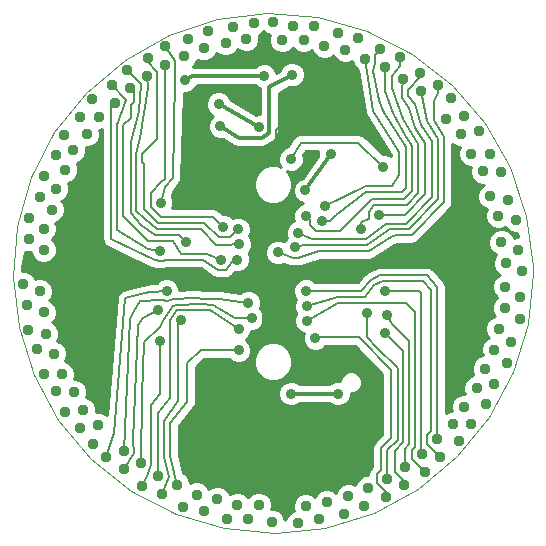
<source format=gbl>
G04 (created by PCBNEW-RS274X (2012-apr-16-27)-stable) date Thu 13 Mar 2014 06:24:37 PM EDT*
G01*
G70*
G90*
%MOIN*%
G04 Gerber Fmt 3.4, Leading zero omitted, Abs format*
%FSLAX34Y34*%
G04 APERTURE LIST*
%ADD10C,0.006000*%
%ADD11C,0.000400*%
%ADD12C,0.037000*%
%ADD13C,0.035000*%
%ADD14C,0.008000*%
%ADD15C,0.011800*%
%ADD16C,0.010000*%
G04 APERTURE END LIST*
G54D10*
G54D11*
X48032Y-39370D02*
X47867Y-41052D01*
X47378Y-42670D01*
X46584Y-44163D01*
X45516Y-45473D01*
X44213Y-46551D01*
X42726Y-47355D01*
X41111Y-47855D01*
X39430Y-48031D01*
X37747Y-47878D01*
X36126Y-47401D01*
X34628Y-46618D01*
X33310Y-45558D01*
X32223Y-44263D01*
X31409Y-42782D01*
X30898Y-41170D01*
X30709Y-39490D01*
X30851Y-37807D01*
X31317Y-36182D01*
X32090Y-34678D01*
X33140Y-33353D01*
X34427Y-32258D01*
X35903Y-31433D01*
X37510Y-30911D01*
X39189Y-30710D01*
X40874Y-30840D01*
X42502Y-31295D01*
X44011Y-32057D01*
X45343Y-33098D01*
X46448Y-34377D01*
X47283Y-35847D01*
X47816Y-37451D01*
X48028Y-39129D01*
X48032Y-39370D01*
G54D12*
X33386Y-45059D03*
X39350Y-47677D03*
X33346Y-33583D03*
X32952Y-34172D03*
X33558Y-34151D03*
X33164Y-34740D03*
X37835Y-47579D03*
X38544Y-47579D03*
X38189Y-47087D03*
X38898Y-47087D03*
X37520Y-46890D03*
X36825Y-46751D03*
X37076Y-47303D03*
X36381Y-47164D03*
X36181Y-46417D03*
X35526Y-46146D03*
X35666Y-46736D03*
X35011Y-46465D03*
X34980Y-45689D03*
X34391Y-45295D03*
X34412Y-45901D03*
X33823Y-45507D03*
X32441Y-44016D03*
X32942Y-44517D03*
X33039Y-43918D03*
X33541Y-44420D03*
X31732Y-42717D03*
X32125Y-43307D03*
X32338Y-42739D03*
X32731Y-43328D03*
X31220Y-41260D03*
X31491Y-41915D03*
X31810Y-41399D03*
X32081Y-42054D03*
X31043Y-39724D03*
X31181Y-40419D03*
X31594Y-39976D03*
X31732Y-40671D03*
X31240Y-37539D03*
X31240Y-38248D03*
X31732Y-37893D03*
X31732Y-38602D03*
X31732Y-36122D03*
X31593Y-36817D03*
X32145Y-36566D03*
X32006Y-37261D03*
X32402Y-34764D03*
X32131Y-35419D03*
X32721Y-35279D03*
X32450Y-35934D03*
X34094Y-33701D03*
X34595Y-33200D03*
X33996Y-33103D03*
X34498Y-32601D03*
X35177Y-32815D03*
X35767Y-32422D03*
X35199Y-32209D03*
X35788Y-31816D03*
X36417Y-32146D03*
X37072Y-31875D03*
X36556Y-31556D03*
X37211Y-31285D03*
X38740Y-31024D03*
X38045Y-31162D03*
X38488Y-31575D03*
X37793Y-31713D03*
X41083Y-31791D03*
X41778Y-31930D03*
X41527Y-31378D03*
X42222Y-31517D03*
X40217Y-47697D03*
X40912Y-47559D03*
X40469Y-47146D03*
X41164Y-47008D03*
X42539Y-46535D03*
X41884Y-46806D03*
X42400Y-47125D03*
X41745Y-47396D03*
X43760Y-45827D03*
X43170Y-46220D03*
X43738Y-46433D03*
X43149Y-46826D03*
X44843Y-44902D03*
X44342Y-45403D03*
X44941Y-45500D03*
X44439Y-46002D03*
X45571Y-44980D03*
X45965Y-44391D03*
X45359Y-44412D03*
X45753Y-43823D03*
X46476Y-43720D03*
X46747Y-43065D03*
X46157Y-43205D03*
X46428Y-42550D03*
X47165Y-42362D03*
X47304Y-41667D03*
X46752Y-41918D03*
X46891Y-41223D03*
X47598Y-40886D03*
X47598Y-40177D03*
X47106Y-40532D03*
X47106Y-39823D03*
X47677Y-39291D03*
X47539Y-38596D03*
X47126Y-39039D03*
X46988Y-38344D03*
X47480Y-37598D03*
X47209Y-36943D03*
X46890Y-37459D03*
X46619Y-36804D03*
X46988Y-36004D03*
X46595Y-35414D03*
X46382Y-35982D03*
X45989Y-35393D03*
X46240Y-34646D03*
X45739Y-34145D03*
X45642Y-34744D03*
X45140Y-34242D03*
X43720Y-32913D03*
X44309Y-33307D03*
X44288Y-32701D03*
X44877Y-33095D03*
X40748Y-31122D03*
X40039Y-31122D03*
X40394Y-31614D03*
X39685Y-31614D03*
X39370Y-31004D03*
X45295Y-33543D03*
X42441Y-32224D03*
X43096Y-32495D03*
X42956Y-31905D03*
X43611Y-32176D03*
G54D13*
X41102Y-37146D03*
X41004Y-37618D03*
X40472Y-37461D03*
X42323Y-37913D03*
X42894Y-37441D03*
X40217Y-38031D03*
X40118Y-38504D03*
X39528Y-38681D03*
X40472Y-39961D03*
X40492Y-40472D03*
X43091Y-39980D03*
X40512Y-40965D03*
X43169Y-40768D03*
X43110Y-41378D03*
X42500Y-40689D03*
X40787Y-41535D03*
X36437Y-32933D03*
X39075Y-32795D03*
X37559Y-33740D03*
X38917Y-34508D03*
X35630Y-37028D03*
X37717Y-37835D03*
X38209Y-37913D03*
X38248Y-38406D03*
X36457Y-38346D03*
X37638Y-38917D03*
X35591Y-38622D03*
X38189Y-38917D03*
X35827Y-39961D03*
X38543Y-40354D03*
X35531Y-40610D03*
X38661Y-40866D03*
X35610Y-41634D03*
X38228Y-41240D03*
X36319Y-40945D03*
X38228Y-41949D03*
X40453Y-36614D03*
X41299Y-35394D03*
X39980Y-35571D03*
X43051Y-35827D03*
X36417Y-44961D03*
X38760Y-44134D03*
X36909Y-34488D03*
X42559Y-34469D03*
X39980Y-43386D03*
X41535Y-43386D03*
X37618Y-34469D03*
X40000Y-32756D03*
G54D14*
X43583Y-36102D02*
X43583Y-35335D01*
X41102Y-37146D02*
X42461Y-36457D01*
X43583Y-35335D02*
X42717Y-33957D01*
X42461Y-36457D02*
X43346Y-36457D01*
X43346Y-36457D02*
X43346Y-36457D01*
X43346Y-36457D02*
X43583Y-36102D01*
X42717Y-33957D02*
X42441Y-32224D01*
X41004Y-37618D02*
X41260Y-37618D01*
X43799Y-35177D02*
X43031Y-33956D01*
X41260Y-37618D02*
X41457Y-37421D01*
X42894Y-33602D02*
X42717Y-32618D01*
X41457Y-37421D02*
X42480Y-36673D01*
X42480Y-36673D02*
X43681Y-36673D01*
X43031Y-33956D02*
X42894Y-33602D01*
X43799Y-36535D02*
X43799Y-35177D01*
X42717Y-32618D02*
X42776Y-32382D01*
X42776Y-32382D02*
X42776Y-32085D01*
X42776Y-32085D02*
X42956Y-31905D01*
X43681Y-36673D02*
X43799Y-36535D01*
X41594Y-37953D02*
X42657Y-36890D01*
X40610Y-37756D02*
X40807Y-37953D01*
X40807Y-37953D02*
X41594Y-37953D01*
X40472Y-37461D02*
X40610Y-37599D01*
X43096Y-32495D02*
X43110Y-33287D01*
X43110Y-33287D02*
X43366Y-34035D01*
X42657Y-36890D02*
X43740Y-36890D01*
X40610Y-37599D02*
X40610Y-37756D01*
X43740Y-36890D02*
X43996Y-36634D01*
X43996Y-36634D02*
X43996Y-35295D01*
X43366Y-34035D02*
X43780Y-34764D01*
X43780Y-34764D02*
X43996Y-35118D01*
X43996Y-35118D02*
X43996Y-35295D01*
X43839Y-37106D02*
X44213Y-36693D01*
X43327Y-33189D02*
X43327Y-32814D01*
X42559Y-37559D02*
X42559Y-37342D01*
X42756Y-37106D02*
X43839Y-37106D01*
X43701Y-34232D02*
X43327Y-33189D01*
X42323Y-37913D02*
X42323Y-37677D01*
X44213Y-36693D02*
X44213Y-35079D01*
X42559Y-37342D02*
X42756Y-37106D01*
X43611Y-32472D02*
X43611Y-32176D01*
X42323Y-37677D02*
X42559Y-37559D01*
X43327Y-32814D02*
X43611Y-32472D01*
X44213Y-35079D02*
X43701Y-34232D01*
X42894Y-37441D02*
X43780Y-37441D01*
X44114Y-34528D02*
X43898Y-33878D01*
X43662Y-33287D02*
X43720Y-32913D01*
X43898Y-33878D02*
X43662Y-33524D01*
X43780Y-37441D02*
X44429Y-36732D01*
X44429Y-35020D02*
X44114Y-34528D01*
X44429Y-36732D02*
X44429Y-35020D01*
X43662Y-33524D02*
X43662Y-33287D01*
X44114Y-33740D02*
X43858Y-33465D01*
X44288Y-32838D02*
X44288Y-32701D01*
X43130Y-37717D02*
X43130Y-37717D01*
X42480Y-38248D02*
X43130Y-37717D01*
X40681Y-38248D02*
X42480Y-38248D01*
X43858Y-33465D02*
X43858Y-33268D01*
X44665Y-34980D02*
X44311Y-34429D01*
X43858Y-33268D02*
X44288Y-32838D01*
X43130Y-37717D02*
X43130Y-37717D01*
X44311Y-34429D02*
X44114Y-33740D01*
X40217Y-38031D02*
X40681Y-38248D01*
X43799Y-37722D02*
X44665Y-36831D01*
X43130Y-37717D02*
X43799Y-37722D01*
X44665Y-36831D02*
X44665Y-34980D01*
X40138Y-38484D02*
X40415Y-38445D01*
X43189Y-37953D02*
X43248Y-37913D01*
X44508Y-34311D02*
X44309Y-33307D01*
X43839Y-37913D02*
X43917Y-37891D01*
X44862Y-34902D02*
X44508Y-34311D01*
X40118Y-38504D02*
X40138Y-38484D01*
X42520Y-38445D02*
X43189Y-37953D01*
X43819Y-37913D02*
X43839Y-37913D01*
X43248Y-37913D02*
X43819Y-37913D01*
X44862Y-35531D02*
X44862Y-34902D01*
X44863Y-36910D02*
X44862Y-35531D01*
X43917Y-37891D02*
X44863Y-36910D01*
X40415Y-38445D02*
X42520Y-38445D01*
X40197Y-38858D02*
X40197Y-38858D01*
X40040Y-38858D02*
X40197Y-38858D01*
X40197Y-38858D02*
X40197Y-38858D01*
X40197Y-38858D02*
X40906Y-38642D01*
X43484Y-38110D02*
X43858Y-38110D01*
X40906Y-38642D02*
X42579Y-38642D01*
X44877Y-33371D02*
X44877Y-33095D01*
X42579Y-38642D02*
X43307Y-38150D01*
X44724Y-34272D02*
X44724Y-33623D01*
X43858Y-38110D02*
X43996Y-38098D01*
X40040Y-38858D02*
X40040Y-38858D01*
X45059Y-34822D02*
X44724Y-34272D01*
X43996Y-38098D02*
X45059Y-36990D01*
X43307Y-38150D02*
X43484Y-38110D01*
X39528Y-38681D02*
X40040Y-38858D01*
X44724Y-33623D02*
X44877Y-33371D01*
X45059Y-36990D02*
X45059Y-34822D01*
X40197Y-38858D02*
X40197Y-38858D01*
X42953Y-39449D02*
X44508Y-39449D01*
X44508Y-39449D02*
X44843Y-39843D01*
X44843Y-39843D02*
X44843Y-44902D01*
X42638Y-39606D02*
X42953Y-39449D01*
X42323Y-39961D02*
X42638Y-39606D01*
X40472Y-39961D02*
X42323Y-39961D01*
X44646Y-39921D02*
X44646Y-44625D01*
X44371Y-39646D02*
X44646Y-39921D01*
X43346Y-39646D02*
X43346Y-39646D01*
X44508Y-45067D02*
X44941Y-45500D01*
X44508Y-44763D02*
X44508Y-45067D01*
X44646Y-44625D02*
X44508Y-44763D01*
X42441Y-40157D02*
X42756Y-39764D01*
X40492Y-40472D02*
X41535Y-40157D01*
X41535Y-40157D02*
X42441Y-40157D01*
X42756Y-39764D02*
X43051Y-39646D01*
X43051Y-39646D02*
X43346Y-39646D01*
X43346Y-39646D02*
X44371Y-39646D01*
X44253Y-39961D02*
X44311Y-40019D01*
X43110Y-39961D02*
X44253Y-39961D01*
X43091Y-39980D02*
X43110Y-39961D01*
X44311Y-45372D02*
X44342Y-45403D01*
X44311Y-40019D02*
X44311Y-45372D01*
X44114Y-40669D02*
X44114Y-45158D01*
X43996Y-45559D02*
X44439Y-46002D01*
X40512Y-40965D02*
X41547Y-40354D01*
X42987Y-40354D02*
X43799Y-40354D01*
X43996Y-45276D02*
X43996Y-45559D01*
X42987Y-40354D02*
X42987Y-40354D01*
X41547Y-40354D02*
X42987Y-40354D01*
X44114Y-45158D02*
X43996Y-45276D01*
X43799Y-40354D02*
X44114Y-40669D01*
X43760Y-45236D02*
X43760Y-45827D01*
X43917Y-41634D02*
X43917Y-45079D01*
X43917Y-45079D02*
X43760Y-45236D01*
X43346Y-41083D02*
X43917Y-41634D01*
X43169Y-40768D02*
X43346Y-41083D01*
X43738Y-46297D02*
X43738Y-46433D01*
X43706Y-45014D02*
X43425Y-45295D01*
X43110Y-41378D02*
X43706Y-41974D01*
X43425Y-45295D02*
X43425Y-45984D01*
X43425Y-45984D02*
X43738Y-46297D01*
X43706Y-41974D02*
X43706Y-45014D01*
X43524Y-42518D02*
X43524Y-44921D01*
X43524Y-44921D02*
X43170Y-45275D01*
X42500Y-40689D02*
X42500Y-40689D01*
X42500Y-40689D02*
X42500Y-41516D01*
X43170Y-45275D02*
X43170Y-46220D01*
X42500Y-41516D02*
X42500Y-41516D01*
X42854Y-41870D02*
X43524Y-42518D01*
X42500Y-41516D02*
X42854Y-41870D01*
X42972Y-45946D02*
X42835Y-46083D01*
X43307Y-44862D02*
X42972Y-45197D01*
X43149Y-46673D02*
X43149Y-46826D01*
X40787Y-41535D02*
X40805Y-41516D01*
X42835Y-46083D02*
X42835Y-46359D01*
X43307Y-42598D02*
X43307Y-44862D01*
X42835Y-46359D02*
X43149Y-46673D01*
X42225Y-41516D02*
X43307Y-42598D01*
X42972Y-45197D02*
X42972Y-45946D01*
X40805Y-41516D02*
X42225Y-41516D01*
G54D15*
X36673Y-32795D02*
X39075Y-32795D01*
X36437Y-32933D02*
X36673Y-32795D01*
X37559Y-33740D02*
X38917Y-34508D01*
G54D14*
X35787Y-36516D02*
X36024Y-36201D01*
X35630Y-37028D02*
X35630Y-37028D01*
X36122Y-32303D02*
X35788Y-31816D01*
X35630Y-37028D02*
X35630Y-37028D01*
X36122Y-32835D02*
X36122Y-32303D01*
X36024Y-36201D02*
X36122Y-32835D01*
X35630Y-37028D02*
X35787Y-36516D01*
X35767Y-32422D02*
X35767Y-36222D01*
X37717Y-37835D02*
X37382Y-37500D01*
X37382Y-37500D02*
X35630Y-37500D01*
X35630Y-37500D02*
X35295Y-37165D01*
X35295Y-37165D02*
X35295Y-36694D01*
X35295Y-36694D02*
X35650Y-36339D01*
X35767Y-36222D02*
X35650Y-36339D01*
X35199Y-32344D02*
X35199Y-32209D01*
X35551Y-37697D02*
X35079Y-37225D01*
X35512Y-34902D02*
X35512Y-32657D01*
X35512Y-32657D02*
X35199Y-32344D01*
X35079Y-35729D02*
X35000Y-35650D01*
X35000Y-35414D02*
X35512Y-34902D01*
X37953Y-38169D02*
X37559Y-38169D01*
X37087Y-37697D02*
X35551Y-37697D01*
X37559Y-38169D02*
X37087Y-37697D01*
X35079Y-37225D02*
X35079Y-35729D01*
X38209Y-37913D02*
X37953Y-38169D01*
X35000Y-35650D02*
X35000Y-35414D01*
X37480Y-38429D02*
X36972Y-37894D01*
X37736Y-38425D02*
X37480Y-38429D01*
X35492Y-37894D02*
X35098Y-37579D01*
X35098Y-37579D02*
X34823Y-37303D01*
X34823Y-36870D02*
X34811Y-35390D01*
X34942Y-34859D02*
X35217Y-33189D01*
X38248Y-38406D02*
X37736Y-38425D01*
X34811Y-35390D02*
X34942Y-34859D01*
X34823Y-37303D02*
X34823Y-36870D01*
X36972Y-37894D02*
X35761Y-37894D01*
X35217Y-33189D02*
X35177Y-32815D01*
X35761Y-37894D02*
X35492Y-37894D01*
X34626Y-35000D02*
X34899Y-33960D01*
X34961Y-33071D02*
X34498Y-32601D01*
X34626Y-37362D02*
X34626Y-35000D01*
X36240Y-38091D02*
X35453Y-38091D01*
X35453Y-38091D02*
X34961Y-37756D01*
X36457Y-38346D02*
X36240Y-38091D01*
X34961Y-37756D02*
X34626Y-37362D01*
X34899Y-33960D02*
X34961Y-33071D01*
X34724Y-33329D02*
X34595Y-33200D01*
X34646Y-34193D02*
X34646Y-33760D01*
X34724Y-33682D02*
X34724Y-33329D01*
X34390Y-37461D02*
X34390Y-34449D01*
X35216Y-38287D02*
X34390Y-37461D01*
X37165Y-38720D02*
X36299Y-38720D01*
X36024Y-38287D02*
X35216Y-38287D01*
X36299Y-38720D02*
X36024Y-38287D01*
X34646Y-33760D02*
X34724Y-33682D01*
X37638Y-38917D02*
X37165Y-38720D01*
X34390Y-34449D02*
X34646Y-34193D01*
X34167Y-34419D02*
X34488Y-33602D01*
X35217Y-38583D02*
X34170Y-37918D01*
X35591Y-38622D02*
X35217Y-38583D01*
X34170Y-37918D02*
X34167Y-34419D01*
X34488Y-33602D02*
X33996Y-33103D01*
X37795Y-39252D02*
X37539Y-39252D01*
X33976Y-35157D02*
X33976Y-33819D01*
X35906Y-38917D02*
X35610Y-38957D01*
X33976Y-38247D02*
X33976Y-35157D01*
X38189Y-38917D02*
X37992Y-39016D01*
X37539Y-39252D02*
X37047Y-38917D01*
X35610Y-38957D02*
X35453Y-38937D01*
X37992Y-39016D02*
X37795Y-39252D01*
X33976Y-33819D02*
X34094Y-33701D01*
X37047Y-38917D02*
X35906Y-38917D01*
X35453Y-38937D02*
X33976Y-38247D01*
X34075Y-44705D02*
X33823Y-45507D01*
X35099Y-40038D02*
X34449Y-40216D01*
X35276Y-40000D02*
X35099Y-40038D01*
X35827Y-39961D02*
X35276Y-40000D01*
X34449Y-40216D02*
X34075Y-44705D01*
X35846Y-40295D02*
X35669Y-40264D01*
X34935Y-40316D02*
X34724Y-40630D01*
X34606Y-40886D02*
X34391Y-45295D01*
X36692Y-40197D02*
X36063Y-40236D01*
X36063Y-40236D02*
X35846Y-40295D01*
X35669Y-40264D02*
X34935Y-40316D01*
X34724Y-40630D02*
X34606Y-40886D01*
X37205Y-40217D02*
X36692Y-40197D01*
X38543Y-40354D02*
X37579Y-40217D01*
X37579Y-40217D02*
X37205Y-40217D01*
X34705Y-44961D02*
X34744Y-45374D01*
X34744Y-45374D02*
X34412Y-45901D01*
X35039Y-40867D02*
X34862Y-41103D01*
X35531Y-40610D02*
X35039Y-40867D01*
X34862Y-41103D02*
X34705Y-44961D01*
X35610Y-41181D02*
X35079Y-41673D01*
X35000Y-43465D02*
X34980Y-45689D01*
X38661Y-40866D02*
X38110Y-40866D01*
X35728Y-40906D02*
X35610Y-41181D01*
X38110Y-40866D02*
X37362Y-40433D01*
X37362Y-40433D02*
X36988Y-40413D01*
X36024Y-40453D02*
X35728Y-40906D01*
X36161Y-40418D02*
X36024Y-40453D01*
X35079Y-41673D02*
X35000Y-43465D01*
X36988Y-40413D02*
X36161Y-40418D01*
X35610Y-43386D02*
X35315Y-43780D01*
X35315Y-43780D02*
X35315Y-45748D01*
X35197Y-46063D02*
X35011Y-46465D01*
X35315Y-45748D02*
X35197Y-46063D01*
X35610Y-41634D02*
X35610Y-43386D01*
X36161Y-40610D02*
X35945Y-40925D01*
X38228Y-41240D02*
X37284Y-40610D01*
X37284Y-40610D02*
X36161Y-40610D01*
X35945Y-40925D02*
X35945Y-43543D01*
X35531Y-44035D02*
X35526Y-46146D01*
X35945Y-43543D02*
X35531Y-44035D01*
X35728Y-44311D02*
X35728Y-45512D01*
X36201Y-41043D02*
X36201Y-43622D01*
X36201Y-43622D02*
X35728Y-44311D01*
X36319Y-40945D02*
X36201Y-41043D01*
X35728Y-45512D02*
X35906Y-46161D01*
X35906Y-46161D02*
X35666Y-46736D01*
X38221Y-41929D02*
X36960Y-41929D01*
X36960Y-41929D02*
X36516Y-42382D01*
X36516Y-42382D02*
X36516Y-43661D01*
X36516Y-43661D02*
X35945Y-44370D01*
X35945Y-44370D02*
X35945Y-45472D01*
X38228Y-41949D02*
X38221Y-41929D01*
X35945Y-44370D02*
X35945Y-44370D01*
X35945Y-45472D02*
X36181Y-46417D01*
X36181Y-46417D02*
X36181Y-46417D01*
G54D15*
X41299Y-35394D02*
X40453Y-36614D01*
G54D14*
X43051Y-35827D02*
X42211Y-35020D01*
X40295Y-35020D02*
X39980Y-35571D01*
X42211Y-35020D02*
X40295Y-35020D01*
X39035Y-37775D02*
X39035Y-41497D01*
X36909Y-34488D02*
X36929Y-35669D01*
X39488Y-35020D02*
X39173Y-35335D01*
X38661Y-41871D02*
X38661Y-44035D01*
X36417Y-44961D02*
X37244Y-44134D01*
X37244Y-44134D02*
X38760Y-44134D01*
X36988Y-34547D02*
X36909Y-34547D01*
G54D15*
X36929Y-35669D02*
X39035Y-37775D01*
G54D14*
X36909Y-34508D02*
X36909Y-34547D01*
X39035Y-41497D02*
X38661Y-41871D01*
X39488Y-34607D02*
X39488Y-35020D01*
X37776Y-35335D02*
X36988Y-34547D01*
X36909Y-34508D02*
X36909Y-34488D01*
X38661Y-44035D02*
X38760Y-44134D01*
X39173Y-35335D02*
X37776Y-35335D01*
X39823Y-34272D02*
X39488Y-34607D01*
X42559Y-34469D02*
X42362Y-34272D01*
X42362Y-34272D02*
X39823Y-34272D01*
G54D15*
X41535Y-43386D02*
X39980Y-43386D01*
X37618Y-34469D02*
X38227Y-34862D01*
X38227Y-34862D02*
X38996Y-34862D01*
X39252Y-34685D02*
X39252Y-33173D01*
X39252Y-33173D02*
X40000Y-32756D01*
X38996Y-34862D02*
X39252Y-34685D01*
G54D10*
G36*
X47533Y-38161D02*
X47453Y-38161D01*
X47393Y-38185D01*
X47357Y-38098D01*
X47235Y-37976D01*
X47075Y-37909D01*
X46902Y-37909D01*
X46742Y-37975D01*
X46620Y-38097D01*
X46553Y-38257D01*
X46553Y-38430D01*
X46619Y-38590D01*
X46741Y-38712D01*
X46809Y-38740D01*
X46758Y-38792D01*
X46691Y-38952D01*
X46691Y-39125D01*
X46757Y-39285D01*
X46879Y-39407D01*
X46926Y-39426D01*
X46860Y-39454D01*
X46738Y-39576D01*
X46671Y-39736D01*
X46671Y-39909D01*
X46737Y-40069D01*
X46845Y-40177D01*
X46738Y-40285D01*
X46671Y-40445D01*
X46671Y-40618D01*
X46737Y-40778D01*
X46763Y-40804D01*
X46645Y-40854D01*
X46523Y-40976D01*
X46456Y-41136D01*
X46456Y-41309D01*
X46522Y-41469D01*
X46573Y-41520D01*
X46506Y-41549D01*
X46384Y-41671D01*
X46317Y-41831D01*
X46317Y-42004D01*
X46362Y-42115D01*
X46342Y-42115D01*
X46182Y-42181D01*
X46060Y-42303D01*
X45993Y-42463D01*
X45993Y-42636D01*
X46051Y-42778D01*
X45911Y-42836D01*
X45789Y-42958D01*
X45722Y-43118D01*
X45722Y-43291D01*
X45762Y-43388D01*
X45667Y-43388D01*
X45507Y-43454D01*
X45385Y-43576D01*
X45318Y-43736D01*
X45318Y-43909D01*
X45346Y-43977D01*
X45273Y-43977D01*
X45133Y-44034D01*
X45133Y-39843D01*
X45124Y-39798D01*
X45119Y-39754D01*
X45113Y-39743D01*
X45111Y-39732D01*
X45086Y-39695D01*
X45064Y-39655D01*
X44729Y-39261D01*
X44719Y-39253D01*
X44713Y-39244D01*
X44675Y-39218D01*
X44640Y-39191D01*
X44629Y-39187D01*
X44619Y-39181D01*
X44572Y-39171D01*
X44531Y-39160D01*
X44519Y-39161D01*
X44508Y-39159D01*
X42953Y-39159D01*
X42941Y-39161D01*
X42932Y-39160D01*
X42890Y-39171D01*
X42842Y-39181D01*
X42832Y-39187D01*
X42823Y-39190D01*
X42509Y-39346D01*
X42441Y-39398D01*
X42421Y-39414D01*
X42419Y-39415D01*
X42419Y-39416D01*
X42418Y-39416D01*
X42192Y-39671D01*
X40783Y-39671D01*
X40713Y-39601D01*
X40557Y-39536D01*
X40388Y-39536D01*
X40232Y-39600D01*
X40112Y-39720D01*
X40047Y-39876D01*
X40047Y-40045D01*
X40111Y-40201D01*
X40136Y-40226D01*
X40132Y-40231D01*
X40067Y-40387D01*
X40067Y-40556D01*
X40131Y-40712D01*
X40149Y-40730D01*
X40087Y-40880D01*
X40087Y-41049D01*
X40151Y-41205D01*
X40271Y-41325D01*
X40392Y-41375D01*
X40362Y-41450D01*
X40362Y-41619D01*
X40426Y-41775D01*
X40546Y-41895D01*
X40702Y-41960D01*
X40871Y-41960D01*
X41027Y-41896D01*
X41117Y-41806D01*
X42105Y-41806D01*
X43017Y-42718D01*
X43017Y-44741D01*
X42767Y-44992D01*
X42704Y-45086D01*
X42682Y-45197D01*
X42682Y-45825D01*
X42630Y-45878D01*
X42567Y-45972D01*
X42545Y-46083D01*
X42545Y-46100D01*
X42453Y-46100D01*
X42337Y-46147D01*
X42337Y-43085D01*
X42337Y-42939D01*
X42281Y-42804D01*
X42178Y-42700D01*
X42042Y-42644D01*
X41896Y-42644D01*
X41761Y-42700D01*
X41657Y-42803D01*
X41601Y-42939D01*
X41601Y-42961D01*
X41451Y-42961D01*
X41295Y-43025D01*
X41243Y-43077D01*
X40272Y-43077D01*
X40221Y-43026D01*
X40065Y-42961D01*
X40013Y-42961D01*
X40013Y-42452D01*
X40013Y-42196D01*
X39915Y-41960D01*
X39735Y-41779D01*
X39499Y-41680D01*
X39243Y-41680D01*
X39007Y-41778D01*
X38826Y-41958D01*
X38727Y-42194D01*
X38727Y-42450D01*
X38825Y-42686D01*
X39005Y-42867D01*
X39241Y-42966D01*
X39497Y-42966D01*
X39733Y-42868D01*
X39914Y-42688D01*
X40013Y-42452D01*
X40013Y-42961D01*
X39896Y-42961D01*
X39740Y-43025D01*
X39620Y-43145D01*
X39555Y-43301D01*
X39555Y-43470D01*
X39619Y-43626D01*
X39739Y-43746D01*
X39895Y-43811D01*
X40064Y-43811D01*
X40220Y-43747D01*
X40272Y-43695D01*
X41243Y-43695D01*
X41294Y-43746D01*
X41450Y-43811D01*
X41619Y-43811D01*
X41775Y-43747D01*
X41895Y-43627D01*
X41960Y-43471D01*
X41960Y-43380D01*
X42042Y-43380D01*
X42177Y-43324D01*
X42281Y-43221D01*
X42337Y-43085D01*
X42337Y-46147D01*
X42293Y-46166D01*
X42171Y-46288D01*
X42111Y-46429D01*
X41971Y-46371D01*
X41798Y-46371D01*
X41638Y-46437D01*
X41516Y-46559D01*
X41461Y-46690D01*
X41411Y-46640D01*
X41251Y-46573D01*
X41078Y-46573D01*
X40918Y-46639D01*
X40796Y-46761D01*
X40767Y-46829D01*
X40716Y-46778D01*
X40556Y-46711D01*
X40383Y-46711D01*
X40223Y-46777D01*
X40101Y-46899D01*
X40034Y-47059D01*
X40034Y-47232D01*
X40058Y-47291D01*
X39971Y-47328D01*
X39849Y-47450D01*
X39785Y-47602D01*
X39785Y-47591D01*
X39719Y-47431D01*
X39597Y-47309D01*
X39437Y-47242D01*
X39304Y-47242D01*
X39333Y-47174D01*
X39333Y-47001D01*
X39267Y-46841D01*
X39145Y-46719D01*
X38985Y-46652D01*
X38812Y-46652D01*
X38652Y-46718D01*
X38543Y-46826D01*
X38436Y-46719D01*
X38276Y-46652D01*
X38103Y-46652D01*
X37943Y-46718D01*
X37926Y-46734D01*
X37889Y-46644D01*
X37767Y-46522D01*
X37607Y-46455D01*
X37434Y-46455D01*
X37274Y-46521D01*
X37222Y-46572D01*
X37194Y-46505D01*
X37072Y-46383D01*
X36912Y-46316D01*
X36739Y-46316D01*
X36616Y-46366D01*
X36616Y-46331D01*
X36550Y-46171D01*
X36428Y-46049D01*
X36382Y-46030D01*
X36235Y-45438D01*
X36235Y-44472D01*
X36721Y-43866D01*
X36741Y-43843D01*
X36757Y-43811D01*
X36784Y-43772D01*
X36787Y-43754D01*
X36794Y-43742D01*
X36796Y-43707D01*
X36806Y-43661D01*
X36806Y-42500D01*
X37081Y-42219D01*
X37897Y-42219D01*
X37987Y-42309D01*
X38143Y-42374D01*
X38312Y-42374D01*
X38468Y-42310D01*
X38588Y-42190D01*
X38653Y-42034D01*
X38653Y-41865D01*
X38589Y-41709D01*
X38474Y-41594D01*
X38588Y-41481D01*
X38653Y-41325D01*
X38653Y-41291D01*
X38745Y-41291D01*
X38901Y-41227D01*
X39021Y-41107D01*
X39086Y-40951D01*
X39086Y-40782D01*
X39022Y-40626D01*
X38928Y-40532D01*
X38968Y-40439D01*
X38968Y-40270D01*
X38904Y-40114D01*
X38784Y-39994D01*
X38628Y-39929D01*
X38459Y-39929D01*
X38303Y-39993D01*
X38273Y-40022D01*
X37620Y-39930D01*
X37599Y-39931D01*
X37579Y-39927D01*
X37216Y-39927D01*
X36703Y-39907D01*
X36686Y-39909D01*
X36674Y-39908D01*
X36252Y-39934D01*
X36252Y-39877D01*
X36188Y-39721D01*
X36068Y-39601D01*
X35912Y-39536D01*
X35743Y-39536D01*
X35587Y-39600D01*
X35492Y-39694D01*
X35256Y-39711D01*
X35234Y-39716D01*
X35215Y-39717D01*
X35038Y-39754D01*
X35027Y-39758D01*
X35022Y-39759D01*
X34372Y-39936D01*
X34364Y-39939D01*
X34364Y-39940D01*
X34363Y-39940D01*
X34271Y-39987D01*
X34197Y-40072D01*
X34161Y-40180D01*
X34162Y-40199D01*
X33834Y-44098D01*
X33788Y-44052D01*
X33628Y-43985D01*
X33474Y-43985D01*
X33474Y-43832D01*
X33408Y-43672D01*
X33286Y-43550D01*
X33135Y-43487D01*
X33166Y-43415D01*
X33166Y-43242D01*
X33100Y-43082D01*
X32978Y-42960D01*
X32818Y-42893D01*
X32744Y-42893D01*
X32773Y-42826D01*
X32773Y-42653D01*
X32707Y-42493D01*
X32585Y-42371D01*
X32439Y-42310D01*
X32449Y-42301D01*
X32516Y-42141D01*
X32516Y-41968D01*
X32450Y-41808D01*
X32328Y-41686D01*
X32186Y-41626D01*
X32245Y-41486D01*
X32245Y-41313D01*
X32179Y-41153D01*
X32057Y-41031D01*
X32007Y-41010D01*
X32100Y-40918D01*
X32167Y-40758D01*
X32167Y-40585D01*
X32101Y-40425D01*
X31979Y-40303D01*
X31910Y-40274D01*
X31962Y-40223D01*
X32029Y-40063D01*
X32029Y-39890D01*
X31963Y-39730D01*
X31841Y-39608D01*
X31681Y-39541D01*
X31508Y-39541D01*
X31448Y-39565D01*
X31412Y-39478D01*
X31290Y-39356D01*
X31130Y-39289D01*
X30998Y-39289D01*
X31003Y-39173D01*
X31104Y-38662D01*
X31153Y-38683D01*
X31297Y-38683D01*
X31297Y-38688D01*
X31363Y-38848D01*
X31485Y-38970D01*
X31645Y-39037D01*
X31818Y-39037D01*
X31978Y-38971D01*
X32100Y-38849D01*
X32167Y-38689D01*
X32167Y-38516D01*
X32101Y-38356D01*
X31992Y-38247D01*
X32100Y-38140D01*
X32167Y-37980D01*
X32167Y-37807D01*
X32116Y-37685D01*
X32252Y-37630D01*
X32374Y-37508D01*
X32441Y-37348D01*
X32441Y-37175D01*
X32375Y-37015D01*
X32323Y-36963D01*
X32391Y-36935D01*
X32513Y-36813D01*
X32580Y-36653D01*
X32580Y-36480D01*
X32534Y-36369D01*
X32536Y-36369D01*
X32696Y-36303D01*
X32818Y-36181D01*
X32885Y-36021D01*
X32885Y-35848D01*
X32826Y-35705D01*
X32967Y-35648D01*
X33089Y-35526D01*
X33156Y-35366D01*
X33156Y-35193D01*
X33148Y-35175D01*
X33250Y-35175D01*
X33410Y-35109D01*
X33532Y-34987D01*
X33599Y-34827D01*
X33599Y-34654D01*
X33570Y-34586D01*
X33644Y-34586D01*
X33686Y-34568D01*
X33686Y-35157D01*
X33686Y-38234D01*
X33686Y-38247D01*
X33697Y-38302D01*
X33704Y-38346D01*
X33706Y-38350D01*
X33708Y-38358D01*
X33737Y-38401D01*
X33762Y-38443D01*
X33767Y-38447D01*
X33771Y-38452D01*
X33806Y-38476D01*
X33853Y-38510D01*
X33865Y-38515D01*
X35308Y-39188D01*
X35309Y-39189D01*
X35310Y-39189D01*
X35331Y-39199D01*
X35359Y-39206D01*
X35416Y-39225D01*
X35573Y-39245D01*
X35616Y-39241D01*
X35649Y-39244D01*
X35921Y-39207D01*
X36957Y-39207D01*
X37375Y-39492D01*
X37405Y-39504D01*
X37428Y-39520D01*
X37452Y-39524D01*
X37479Y-39536D01*
X37510Y-39536D01*
X37539Y-39542D01*
X37795Y-39542D01*
X37807Y-39539D01*
X37821Y-39541D01*
X37863Y-39528D01*
X37906Y-39520D01*
X37917Y-39512D01*
X37929Y-39509D01*
X37961Y-39482D01*
X38000Y-39457D01*
X38007Y-39445D01*
X38017Y-39438D01*
X38099Y-39339D01*
X38104Y-39342D01*
X38273Y-39342D01*
X38429Y-39278D01*
X38549Y-39158D01*
X38614Y-39002D01*
X38614Y-38833D01*
X38558Y-38696D01*
X38608Y-38647D01*
X38673Y-38491D01*
X38673Y-38322D01*
X38609Y-38166D01*
X38577Y-38134D01*
X38634Y-37998D01*
X38634Y-37829D01*
X38570Y-37673D01*
X38450Y-37553D01*
X38294Y-37488D01*
X38125Y-37488D01*
X38015Y-37532D01*
X37958Y-37475D01*
X37802Y-37410D01*
X37702Y-37410D01*
X37587Y-37295D01*
X37493Y-37232D01*
X37382Y-37210D01*
X36014Y-37210D01*
X36055Y-37113D01*
X36055Y-36944D01*
X35999Y-36809D01*
X36048Y-36651D01*
X36256Y-36376D01*
X36270Y-36345D01*
X36289Y-36320D01*
X36294Y-36295D01*
X36305Y-36274D01*
X36306Y-36242D01*
X36314Y-36210D01*
X36398Y-33358D01*
X36521Y-33358D01*
X36677Y-33294D01*
X36797Y-33174D01*
X36826Y-33104D01*
X38783Y-33104D01*
X38834Y-33155D01*
X38943Y-33200D01*
X38943Y-34083D01*
X38833Y-34083D01*
X38809Y-34092D01*
X37967Y-33616D01*
X37920Y-33500D01*
X37800Y-33380D01*
X37644Y-33315D01*
X37475Y-33315D01*
X37319Y-33379D01*
X37199Y-33499D01*
X37134Y-33655D01*
X37134Y-33824D01*
X37198Y-33980D01*
X37318Y-34100D01*
X37366Y-34120D01*
X37258Y-34228D01*
X37193Y-34384D01*
X37193Y-34553D01*
X37257Y-34709D01*
X37377Y-34829D01*
X37533Y-34894D01*
X37702Y-34894D01*
X37705Y-34892D01*
X38059Y-35121D01*
X38086Y-35131D01*
X38109Y-35147D01*
X38142Y-35153D01*
X38171Y-35165D01*
X38195Y-35164D01*
X38227Y-35171D01*
X38996Y-35171D01*
X39033Y-35163D01*
X39061Y-35163D01*
X39084Y-35152D01*
X39114Y-35147D01*
X39140Y-35129D01*
X39172Y-35116D01*
X39428Y-34939D01*
X39448Y-34917D01*
X39470Y-34903D01*
X39488Y-34876D01*
X39511Y-34852D01*
X39520Y-34827D01*
X39537Y-34803D01*
X39544Y-34767D01*
X39555Y-34740D01*
X39554Y-34716D01*
X39561Y-34685D01*
X39561Y-33354D01*
X39891Y-33171D01*
X39915Y-33181D01*
X40084Y-33181D01*
X40240Y-33117D01*
X40360Y-32997D01*
X40425Y-32841D01*
X40425Y-32672D01*
X40361Y-32516D01*
X40241Y-32396D01*
X40085Y-32331D01*
X39916Y-32331D01*
X39760Y-32395D01*
X39640Y-32515D01*
X39591Y-32630D01*
X39490Y-32687D01*
X39436Y-32555D01*
X39316Y-32435D01*
X39160Y-32370D01*
X38991Y-32370D01*
X38835Y-32434D01*
X38783Y-32486D01*
X36692Y-32486D01*
X36785Y-32393D01*
X36844Y-32251D01*
X36985Y-32310D01*
X37158Y-32310D01*
X37318Y-32244D01*
X37440Y-32122D01*
X37483Y-32018D01*
X37546Y-32081D01*
X37706Y-32148D01*
X37879Y-32148D01*
X38039Y-32082D01*
X38161Y-31960D01*
X38189Y-31891D01*
X38241Y-31943D01*
X38401Y-32010D01*
X38574Y-32010D01*
X38734Y-31944D01*
X38856Y-31822D01*
X38923Y-31662D01*
X38923Y-31489D01*
X38898Y-31429D01*
X38986Y-31393D01*
X39065Y-31314D01*
X39123Y-31372D01*
X39283Y-31439D01*
X39286Y-31439D01*
X39250Y-31527D01*
X39250Y-31700D01*
X39316Y-31860D01*
X39438Y-31982D01*
X39598Y-32049D01*
X39771Y-32049D01*
X39931Y-31983D01*
X40039Y-31874D01*
X40147Y-31982D01*
X40307Y-32049D01*
X40480Y-32049D01*
X40640Y-31983D01*
X40676Y-31946D01*
X40714Y-32037D01*
X40836Y-32159D01*
X40996Y-32226D01*
X41169Y-32226D01*
X41329Y-32160D01*
X41380Y-32108D01*
X41409Y-32176D01*
X41531Y-32298D01*
X41691Y-32365D01*
X41864Y-32365D01*
X42006Y-32306D01*
X42006Y-32310D01*
X42072Y-32470D01*
X42194Y-32592D01*
X42206Y-32597D01*
X42429Y-34002D01*
X42468Y-34108D01*
X42471Y-34111D01*
X43293Y-35420D01*
X43293Y-35468D01*
X43292Y-35467D01*
X43136Y-35402D01*
X43026Y-35402D01*
X42416Y-34815D01*
X42412Y-34811D01*
X42365Y-34780D01*
X42322Y-34752D01*
X42319Y-34751D01*
X42317Y-34750D01*
X42265Y-34740D01*
X42211Y-34730D01*
X42205Y-34730D01*
X40295Y-34730D01*
X40250Y-34738D01*
X40219Y-34741D01*
X40205Y-34747D01*
X40184Y-34752D01*
X40147Y-34776D01*
X40118Y-34791D01*
X40107Y-34803D01*
X40090Y-34815D01*
X40066Y-34850D01*
X40043Y-34877D01*
X39886Y-35149D01*
X39740Y-35210D01*
X39620Y-35330D01*
X39555Y-35486D01*
X39555Y-35655D01*
X39619Y-35811D01*
X39641Y-35833D01*
X39499Y-35774D01*
X39243Y-35774D01*
X39007Y-35872D01*
X38826Y-36052D01*
X38727Y-36288D01*
X38727Y-36544D01*
X38825Y-36780D01*
X39005Y-36961D01*
X39241Y-37060D01*
X39497Y-37060D01*
X39733Y-36962D01*
X39914Y-36782D01*
X40013Y-36546D01*
X40013Y-36290D01*
X39915Y-36054D01*
X39830Y-35969D01*
X39895Y-35996D01*
X40064Y-35996D01*
X40220Y-35932D01*
X40340Y-35812D01*
X40405Y-35656D01*
X40405Y-35487D01*
X40387Y-35443D01*
X40463Y-35310D01*
X40874Y-35310D01*
X40874Y-35463D01*
X40371Y-36189D01*
X40369Y-36189D01*
X40213Y-36253D01*
X40093Y-36373D01*
X40028Y-36529D01*
X40028Y-36698D01*
X40092Y-36854D01*
X40212Y-36974D01*
X40368Y-37039D01*
X40380Y-37039D01*
X40232Y-37100D01*
X40112Y-37220D01*
X40047Y-37376D01*
X40047Y-37545D01*
X40080Y-37627D01*
X39977Y-37670D01*
X39857Y-37790D01*
X39792Y-37946D01*
X39792Y-38115D01*
X39825Y-38195D01*
X39758Y-38263D01*
X39739Y-38308D01*
X39613Y-38256D01*
X39444Y-38256D01*
X39288Y-38320D01*
X39168Y-38440D01*
X39103Y-38596D01*
X39103Y-38765D01*
X39167Y-38921D01*
X39287Y-39041D01*
X39443Y-39106D01*
X39612Y-39106D01*
X39729Y-39057D01*
X39929Y-39126D01*
X39944Y-39132D01*
X39998Y-39139D01*
X40040Y-39148D01*
X40056Y-39148D01*
X40197Y-39148D01*
X40240Y-39139D01*
X40281Y-39135D01*
X40308Y-39126D01*
X40950Y-38932D01*
X42579Y-38932D01*
X42607Y-38926D01*
X42637Y-38926D01*
X42661Y-38915D01*
X42690Y-38910D01*
X42714Y-38893D01*
X42742Y-38882D01*
X43422Y-38421D01*
X43516Y-38400D01*
X43858Y-38400D01*
X43870Y-38397D01*
X43883Y-38399D01*
X44002Y-38388D01*
X44021Y-38387D01*
X44059Y-38375D01*
X44113Y-38364D01*
X44123Y-38356D01*
X44129Y-38355D01*
X44154Y-38334D01*
X44205Y-38299D01*
X44218Y-38284D01*
X45264Y-37195D01*
X45268Y-37191D01*
X45292Y-37153D01*
X45327Y-37101D01*
X45327Y-37096D01*
X45329Y-37095D01*
X45334Y-37065D01*
X45349Y-36990D01*
X45349Y-35066D01*
X45395Y-35112D01*
X45555Y-35179D01*
X45607Y-35179D01*
X45554Y-35306D01*
X45554Y-35479D01*
X45620Y-35639D01*
X45742Y-35761D01*
X45902Y-35828D01*
X45975Y-35828D01*
X45947Y-35895D01*
X45947Y-36068D01*
X46013Y-36228D01*
X46135Y-36350D01*
X46295Y-36417D01*
X46416Y-36417D01*
X46373Y-36435D01*
X46251Y-36557D01*
X46184Y-36717D01*
X46184Y-36890D01*
X46250Y-37050D01*
X46372Y-37172D01*
X46513Y-37231D01*
X46455Y-37372D01*
X46455Y-37545D01*
X46521Y-37705D01*
X46643Y-37827D01*
X46803Y-37894D01*
X46976Y-37894D01*
X47108Y-37839D01*
X47111Y-37844D01*
X47233Y-37966D01*
X47393Y-38033D01*
X47507Y-38033D01*
X47533Y-38161D01*
X47533Y-38161D01*
G37*
G54D16*
X47533Y-38161D02*
X47453Y-38161D01*
X47393Y-38185D01*
X47357Y-38098D01*
X47235Y-37976D01*
X47075Y-37909D01*
X46902Y-37909D01*
X46742Y-37975D01*
X46620Y-38097D01*
X46553Y-38257D01*
X46553Y-38430D01*
X46619Y-38590D01*
X46741Y-38712D01*
X46809Y-38740D01*
X46758Y-38792D01*
X46691Y-38952D01*
X46691Y-39125D01*
X46757Y-39285D01*
X46879Y-39407D01*
X46926Y-39426D01*
X46860Y-39454D01*
X46738Y-39576D01*
X46671Y-39736D01*
X46671Y-39909D01*
X46737Y-40069D01*
X46845Y-40177D01*
X46738Y-40285D01*
X46671Y-40445D01*
X46671Y-40618D01*
X46737Y-40778D01*
X46763Y-40804D01*
X46645Y-40854D01*
X46523Y-40976D01*
X46456Y-41136D01*
X46456Y-41309D01*
X46522Y-41469D01*
X46573Y-41520D01*
X46506Y-41549D01*
X46384Y-41671D01*
X46317Y-41831D01*
X46317Y-42004D01*
X46362Y-42115D01*
X46342Y-42115D01*
X46182Y-42181D01*
X46060Y-42303D01*
X45993Y-42463D01*
X45993Y-42636D01*
X46051Y-42778D01*
X45911Y-42836D01*
X45789Y-42958D01*
X45722Y-43118D01*
X45722Y-43291D01*
X45762Y-43388D01*
X45667Y-43388D01*
X45507Y-43454D01*
X45385Y-43576D01*
X45318Y-43736D01*
X45318Y-43909D01*
X45346Y-43977D01*
X45273Y-43977D01*
X45133Y-44034D01*
X45133Y-39843D01*
X45124Y-39798D01*
X45119Y-39754D01*
X45113Y-39743D01*
X45111Y-39732D01*
X45086Y-39695D01*
X45064Y-39655D01*
X44729Y-39261D01*
X44719Y-39253D01*
X44713Y-39244D01*
X44675Y-39218D01*
X44640Y-39191D01*
X44629Y-39187D01*
X44619Y-39181D01*
X44572Y-39171D01*
X44531Y-39160D01*
X44519Y-39161D01*
X44508Y-39159D01*
X42953Y-39159D01*
X42941Y-39161D01*
X42932Y-39160D01*
X42890Y-39171D01*
X42842Y-39181D01*
X42832Y-39187D01*
X42823Y-39190D01*
X42509Y-39346D01*
X42441Y-39398D01*
X42421Y-39414D01*
X42419Y-39415D01*
X42419Y-39416D01*
X42418Y-39416D01*
X42192Y-39671D01*
X40783Y-39671D01*
X40713Y-39601D01*
X40557Y-39536D01*
X40388Y-39536D01*
X40232Y-39600D01*
X40112Y-39720D01*
X40047Y-39876D01*
X40047Y-40045D01*
X40111Y-40201D01*
X40136Y-40226D01*
X40132Y-40231D01*
X40067Y-40387D01*
X40067Y-40556D01*
X40131Y-40712D01*
X40149Y-40730D01*
X40087Y-40880D01*
X40087Y-41049D01*
X40151Y-41205D01*
X40271Y-41325D01*
X40392Y-41375D01*
X40362Y-41450D01*
X40362Y-41619D01*
X40426Y-41775D01*
X40546Y-41895D01*
X40702Y-41960D01*
X40871Y-41960D01*
X41027Y-41896D01*
X41117Y-41806D01*
X42105Y-41806D01*
X43017Y-42718D01*
X43017Y-44741D01*
X42767Y-44992D01*
X42704Y-45086D01*
X42682Y-45197D01*
X42682Y-45825D01*
X42630Y-45878D01*
X42567Y-45972D01*
X42545Y-46083D01*
X42545Y-46100D01*
X42453Y-46100D01*
X42337Y-46147D01*
X42337Y-43085D01*
X42337Y-42939D01*
X42281Y-42804D01*
X42178Y-42700D01*
X42042Y-42644D01*
X41896Y-42644D01*
X41761Y-42700D01*
X41657Y-42803D01*
X41601Y-42939D01*
X41601Y-42961D01*
X41451Y-42961D01*
X41295Y-43025D01*
X41243Y-43077D01*
X40272Y-43077D01*
X40221Y-43026D01*
X40065Y-42961D01*
X40013Y-42961D01*
X40013Y-42452D01*
X40013Y-42196D01*
X39915Y-41960D01*
X39735Y-41779D01*
X39499Y-41680D01*
X39243Y-41680D01*
X39007Y-41778D01*
X38826Y-41958D01*
X38727Y-42194D01*
X38727Y-42450D01*
X38825Y-42686D01*
X39005Y-42867D01*
X39241Y-42966D01*
X39497Y-42966D01*
X39733Y-42868D01*
X39914Y-42688D01*
X40013Y-42452D01*
X40013Y-42961D01*
X39896Y-42961D01*
X39740Y-43025D01*
X39620Y-43145D01*
X39555Y-43301D01*
X39555Y-43470D01*
X39619Y-43626D01*
X39739Y-43746D01*
X39895Y-43811D01*
X40064Y-43811D01*
X40220Y-43747D01*
X40272Y-43695D01*
X41243Y-43695D01*
X41294Y-43746D01*
X41450Y-43811D01*
X41619Y-43811D01*
X41775Y-43747D01*
X41895Y-43627D01*
X41960Y-43471D01*
X41960Y-43380D01*
X42042Y-43380D01*
X42177Y-43324D01*
X42281Y-43221D01*
X42337Y-43085D01*
X42337Y-46147D01*
X42293Y-46166D01*
X42171Y-46288D01*
X42111Y-46429D01*
X41971Y-46371D01*
X41798Y-46371D01*
X41638Y-46437D01*
X41516Y-46559D01*
X41461Y-46690D01*
X41411Y-46640D01*
X41251Y-46573D01*
X41078Y-46573D01*
X40918Y-46639D01*
X40796Y-46761D01*
X40767Y-46829D01*
X40716Y-46778D01*
X40556Y-46711D01*
X40383Y-46711D01*
X40223Y-46777D01*
X40101Y-46899D01*
X40034Y-47059D01*
X40034Y-47232D01*
X40058Y-47291D01*
X39971Y-47328D01*
X39849Y-47450D01*
X39785Y-47602D01*
X39785Y-47591D01*
X39719Y-47431D01*
X39597Y-47309D01*
X39437Y-47242D01*
X39304Y-47242D01*
X39333Y-47174D01*
X39333Y-47001D01*
X39267Y-46841D01*
X39145Y-46719D01*
X38985Y-46652D01*
X38812Y-46652D01*
X38652Y-46718D01*
X38543Y-46826D01*
X38436Y-46719D01*
X38276Y-46652D01*
X38103Y-46652D01*
X37943Y-46718D01*
X37926Y-46734D01*
X37889Y-46644D01*
X37767Y-46522D01*
X37607Y-46455D01*
X37434Y-46455D01*
X37274Y-46521D01*
X37222Y-46572D01*
X37194Y-46505D01*
X37072Y-46383D01*
X36912Y-46316D01*
X36739Y-46316D01*
X36616Y-46366D01*
X36616Y-46331D01*
X36550Y-46171D01*
X36428Y-46049D01*
X36382Y-46030D01*
X36235Y-45438D01*
X36235Y-44472D01*
X36721Y-43866D01*
X36741Y-43843D01*
X36757Y-43811D01*
X36784Y-43772D01*
X36787Y-43754D01*
X36794Y-43742D01*
X36796Y-43707D01*
X36806Y-43661D01*
X36806Y-42500D01*
X37081Y-42219D01*
X37897Y-42219D01*
X37987Y-42309D01*
X38143Y-42374D01*
X38312Y-42374D01*
X38468Y-42310D01*
X38588Y-42190D01*
X38653Y-42034D01*
X38653Y-41865D01*
X38589Y-41709D01*
X38474Y-41594D01*
X38588Y-41481D01*
X38653Y-41325D01*
X38653Y-41291D01*
X38745Y-41291D01*
X38901Y-41227D01*
X39021Y-41107D01*
X39086Y-40951D01*
X39086Y-40782D01*
X39022Y-40626D01*
X38928Y-40532D01*
X38968Y-40439D01*
X38968Y-40270D01*
X38904Y-40114D01*
X38784Y-39994D01*
X38628Y-39929D01*
X38459Y-39929D01*
X38303Y-39993D01*
X38273Y-40022D01*
X37620Y-39930D01*
X37599Y-39931D01*
X37579Y-39927D01*
X37216Y-39927D01*
X36703Y-39907D01*
X36686Y-39909D01*
X36674Y-39908D01*
X36252Y-39934D01*
X36252Y-39877D01*
X36188Y-39721D01*
X36068Y-39601D01*
X35912Y-39536D01*
X35743Y-39536D01*
X35587Y-39600D01*
X35492Y-39694D01*
X35256Y-39711D01*
X35234Y-39716D01*
X35215Y-39717D01*
X35038Y-39754D01*
X35027Y-39758D01*
X35022Y-39759D01*
X34372Y-39936D01*
X34364Y-39939D01*
X34364Y-39940D01*
X34363Y-39940D01*
X34271Y-39987D01*
X34197Y-40072D01*
X34161Y-40180D01*
X34162Y-40199D01*
X33834Y-44098D01*
X33788Y-44052D01*
X33628Y-43985D01*
X33474Y-43985D01*
X33474Y-43832D01*
X33408Y-43672D01*
X33286Y-43550D01*
X33135Y-43487D01*
X33166Y-43415D01*
X33166Y-43242D01*
X33100Y-43082D01*
X32978Y-42960D01*
X32818Y-42893D01*
X32744Y-42893D01*
X32773Y-42826D01*
X32773Y-42653D01*
X32707Y-42493D01*
X32585Y-42371D01*
X32439Y-42310D01*
X32449Y-42301D01*
X32516Y-42141D01*
X32516Y-41968D01*
X32450Y-41808D01*
X32328Y-41686D01*
X32186Y-41626D01*
X32245Y-41486D01*
X32245Y-41313D01*
X32179Y-41153D01*
X32057Y-41031D01*
X32007Y-41010D01*
X32100Y-40918D01*
X32167Y-40758D01*
X32167Y-40585D01*
X32101Y-40425D01*
X31979Y-40303D01*
X31910Y-40274D01*
X31962Y-40223D01*
X32029Y-40063D01*
X32029Y-39890D01*
X31963Y-39730D01*
X31841Y-39608D01*
X31681Y-39541D01*
X31508Y-39541D01*
X31448Y-39565D01*
X31412Y-39478D01*
X31290Y-39356D01*
X31130Y-39289D01*
X30998Y-39289D01*
X31003Y-39173D01*
X31104Y-38662D01*
X31153Y-38683D01*
X31297Y-38683D01*
X31297Y-38688D01*
X31363Y-38848D01*
X31485Y-38970D01*
X31645Y-39037D01*
X31818Y-39037D01*
X31978Y-38971D01*
X32100Y-38849D01*
X32167Y-38689D01*
X32167Y-38516D01*
X32101Y-38356D01*
X31992Y-38247D01*
X32100Y-38140D01*
X32167Y-37980D01*
X32167Y-37807D01*
X32116Y-37685D01*
X32252Y-37630D01*
X32374Y-37508D01*
X32441Y-37348D01*
X32441Y-37175D01*
X32375Y-37015D01*
X32323Y-36963D01*
X32391Y-36935D01*
X32513Y-36813D01*
X32580Y-36653D01*
X32580Y-36480D01*
X32534Y-36369D01*
X32536Y-36369D01*
X32696Y-36303D01*
X32818Y-36181D01*
X32885Y-36021D01*
X32885Y-35848D01*
X32826Y-35705D01*
X32967Y-35648D01*
X33089Y-35526D01*
X33156Y-35366D01*
X33156Y-35193D01*
X33148Y-35175D01*
X33250Y-35175D01*
X33410Y-35109D01*
X33532Y-34987D01*
X33599Y-34827D01*
X33599Y-34654D01*
X33570Y-34586D01*
X33644Y-34586D01*
X33686Y-34568D01*
X33686Y-35157D01*
X33686Y-38234D01*
X33686Y-38247D01*
X33697Y-38302D01*
X33704Y-38346D01*
X33706Y-38350D01*
X33708Y-38358D01*
X33737Y-38401D01*
X33762Y-38443D01*
X33767Y-38447D01*
X33771Y-38452D01*
X33806Y-38476D01*
X33853Y-38510D01*
X33865Y-38515D01*
X35308Y-39188D01*
X35309Y-39189D01*
X35310Y-39189D01*
X35331Y-39199D01*
X35359Y-39206D01*
X35416Y-39225D01*
X35573Y-39245D01*
X35616Y-39241D01*
X35649Y-39244D01*
X35921Y-39207D01*
X36957Y-39207D01*
X37375Y-39492D01*
X37405Y-39504D01*
X37428Y-39520D01*
X37452Y-39524D01*
X37479Y-39536D01*
X37510Y-39536D01*
X37539Y-39542D01*
X37795Y-39542D01*
X37807Y-39539D01*
X37821Y-39541D01*
X37863Y-39528D01*
X37906Y-39520D01*
X37917Y-39512D01*
X37929Y-39509D01*
X37961Y-39482D01*
X38000Y-39457D01*
X38007Y-39445D01*
X38017Y-39438D01*
X38099Y-39339D01*
X38104Y-39342D01*
X38273Y-39342D01*
X38429Y-39278D01*
X38549Y-39158D01*
X38614Y-39002D01*
X38614Y-38833D01*
X38558Y-38696D01*
X38608Y-38647D01*
X38673Y-38491D01*
X38673Y-38322D01*
X38609Y-38166D01*
X38577Y-38134D01*
X38634Y-37998D01*
X38634Y-37829D01*
X38570Y-37673D01*
X38450Y-37553D01*
X38294Y-37488D01*
X38125Y-37488D01*
X38015Y-37532D01*
X37958Y-37475D01*
X37802Y-37410D01*
X37702Y-37410D01*
X37587Y-37295D01*
X37493Y-37232D01*
X37382Y-37210D01*
X36014Y-37210D01*
X36055Y-37113D01*
X36055Y-36944D01*
X35999Y-36809D01*
X36048Y-36651D01*
X36256Y-36376D01*
X36270Y-36345D01*
X36289Y-36320D01*
X36294Y-36295D01*
X36305Y-36274D01*
X36306Y-36242D01*
X36314Y-36210D01*
X36398Y-33358D01*
X36521Y-33358D01*
X36677Y-33294D01*
X36797Y-33174D01*
X36826Y-33104D01*
X38783Y-33104D01*
X38834Y-33155D01*
X38943Y-33200D01*
X38943Y-34083D01*
X38833Y-34083D01*
X38809Y-34092D01*
X37967Y-33616D01*
X37920Y-33500D01*
X37800Y-33380D01*
X37644Y-33315D01*
X37475Y-33315D01*
X37319Y-33379D01*
X37199Y-33499D01*
X37134Y-33655D01*
X37134Y-33824D01*
X37198Y-33980D01*
X37318Y-34100D01*
X37366Y-34120D01*
X37258Y-34228D01*
X37193Y-34384D01*
X37193Y-34553D01*
X37257Y-34709D01*
X37377Y-34829D01*
X37533Y-34894D01*
X37702Y-34894D01*
X37705Y-34892D01*
X38059Y-35121D01*
X38086Y-35131D01*
X38109Y-35147D01*
X38142Y-35153D01*
X38171Y-35165D01*
X38195Y-35164D01*
X38227Y-35171D01*
X38996Y-35171D01*
X39033Y-35163D01*
X39061Y-35163D01*
X39084Y-35152D01*
X39114Y-35147D01*
X39140Y-35129D01*
X39172Y-35116D01*
X39428Y-34939D01*
X39448Y-34917D01*
X39470Y-34903D01*
X39488Y-34876D01*
X39511Y-34852D01*
X39520Y-34827D01*
X39537Y-34803D01*
X39544Y-34767D01*
X39555Y-34740D01*
X39554Y-34716D01*
X39561Y-34685D01*
X39561Y-33354D01*
X39891Y-33171D01*
X39915Y-33181D01*
X40084Y-33181D01*
X40240Y-33117D01*
X40360Y-32997D01*
X40425Y-32841D01*
X40425Y-32672D01*
X40361Y-32516D01*
X40241Y-32396D01*
X40085Y-32331D01*
X39916Y-32331D01*
X39760Y-32395D01*
X39640Y-32515D01*
X39591Y-32630D01*
X39490Y-32687D01*
X39436Y-32555D01*
X39316Y-32435D01*
X39160Y-32370D01*
X38991Y-32370D01*
X38835Y-32434D01*
X38783Y-32486D01*
X36692Y-32486D01*
X36785Y-32393D01*
X36844Y-32251D01*
X36985Y-32310D01*
X37158Y-32310D01*
X37318Y-32244D01*
X37440Y-32122D01*
X37483Y-32018D01*
X37546Y-32081D01*
X37706Y-32148D01*
X37879Y-32148D01*
X38039Y-32082D01*
X38161Y-31960D01*
X38189Y-31891D01*
X38241Y-31943D01*
X38401Y-32010D01*
X38574Y-32010D01*
X38734Y-31944D01*
X38856Y-31822D01*
X38923Y-31662D01*
X38923Y-31489D01*
X38898Y-31429D01*
X38986Y-31393D01*
X39065Y-31314D01*
X39123Y-31372D01*
X39283Y-31439D01*
X39286Y-31439D01*
X39250Y-31527D01*
X39250Y-31700D01*
X39316Y-31860D01*
X39438Y-31982D01*
X39598Y-32049D01*
X39771Y-32049D01*
X39931Y-31983D01*
X40039Y-31874D01*
X40147Y-31982D01*
X40307Y-32049D01*
X40480Y-32049D01*
X40640Y-31983D01*
X40676Y-31946D01*
X40714Y-32037D01*
X40836Y-32159D01*
X40996Y-32226D01*
X41169Y-32226D01*
X41329Y-32160D01*
X41380Y-32108D01*
X41409Y-32176D01*
X41531Y-32298D01*
X41691Y-32365D01*
X41864Y-32365D01*
X42006Y-32306D01*
X42006Y-32310D01*
X42072Y-32470D01*
X42194Y-32592D01*
X42206Y-32597D01*
X42429Y-34002D01*
X42468Y-34108D01*
X42471Y-34111D01*
X43293Y-35420D01*
X43293Y-35468D01*
X43292Y-35467D01*
X43136Y-35402D01*
X43026Y-35402D01*
X42416Y-34815D01*
X42412Y-34811D01*
X42365Y-34780D01*
X42322Y-34752D01*
X42319Y-34751D01*
X42317Y-34750D01*
X42265Y-34740D01*
X42211Y-34730D01*
X42205Y-34730D01*
X40295Y-34730D01*
X40250Y-34738D01*
X40219Y-34741D01*
X40205Y-34747D01*
X40184Y-34752D01*
X40147Y-34776D01*
X40118Y-34791D01*
X40107Y-34803D01*
X40090Y-34815D01*
X40066Y-34850D01*
X40043Y-34877D01*
X39886Y-35149D01*
X39740Y-35210D01*
X39620Y-35330D01*
X39555Y-35486D01*
X39555Y-35655D01*
X39619Y-35811D01*
X39641Y-35833D01*
X39499Y-35774D01*
X39243Y-35774D01*
X39007Y-35872D01*
X38826Y-36052D01*
X38727Y-36288D01*
X38727Y-36544D01*
X38825Y-36780D01*
X39005Y-36961D01*
X39241Y-37060D01*
X39497Y-37060D01*
X39733Y-36962D01*
X39914Y-36782D01*
X40013Y-36546D01*
X40013Y-36290D01*
X39915Y-36054D01*
X39830Y-35969D01*
X39895Y-35996D01*
X40064Y-35996D01*
X40220Y-35932D01*
X40340Y-35812D01*
X40405Y-35656D01*
X40405Y-35487D01*
X40387Y-35443D01*
X40463Y-35310D01*
X40874Y-35310D01*
X40874Y-35463D01*
X40371Y-36189D01*
X40369Y-36189D01*
X40213Y-36253D01*
X40093Y-36373D01*
X40028Y-36529D01*
X40028Y-36698D01*
X40092Y-36854D01*
X40212Y-36974D01*
X40368Y-37039D01*
X40380Y-37039D01*
X40232Y-37100D01*
X40112Y-37220D01*
X40047Y-37376D01*
X40047Y-37545D01*
X40080Y-37627D01*
X39977Y-37670D01*
X39857Y-37790D01*
X39792Y-37946D01*
X39792Y-38115D01*
X39825Y-38195D01*
X39758Y-38263D01*
X39739Y-38308D01*
X39613Y-38256D01*
X39444Y-38256D01*
X39288Y-38320D01*
X39168Y-38440D01*
X39103Y-38596D01*
X39103Y-38765D01*
X39167Y-38921D01*
X39287Y-39041D01*
X39443Y-39106D01*
X39612Y-39106D01*
X39729Y-39057D01*
X39929Y-39126D01*
X39944Y-39132D01*
X39998Y-39139D01*
X40040Y-39148D01*
X40056Y-39148D01*
X40197Y-39148D01*
X40240Y-39139D01*
X40281Y-39135D01*
X40308Y-39126D01*
X40950Y-38932D01*
X42579Y-38932D01*
X42607Y-38926D01*
X42637Y-38926D01*
X42661Y-38915D01*
X42690Y-38910D01*
X42714Y-38893D01*
X42742Y-38882D01*
X43422Y-38421D01*
X43516Y-38400D01*
X43858Y-38400D01*
X43870Y-38397D01*
X43883Y-38399D01*
X44002Y-38388D01*
X44021Y-38387D01*
X44059Y-38375D01*
X44113Y-38364D01*
X44123Y-38356D01*
X44129Y-38355D01*
X44154Y-38334D01*
X44205Y-38299D01*
X44218Y-38284D01*
X45264Y-37195D01*
X45268Y-37191D01*
X45292Y-37153D01*
X45327Y-37101D01*
X45327Y-37096D01*
X45329Y-37095D01*
X45334Y-37065D01*
X45349Y-36990D01*
X45349Y-35066D01*
X45395Y-35112D01*
X45555Y-35179D01*
X45607Y-35179D01*
X45554Y-35306D01*
X45554Y-35479D01*
X45620Y-35639D01*
X45742Y-35761D01*
X45902Y-35828D01*
X45975Y-35828D01*
X45947Y-35895D01*
X45947Y-36068D01*
X46013Y-36228D01*
X46135Y-36350D01*
X46295Y-36417D01*
X46416Y-36417D01*
X46373Y-36435D01*
X46251Y-36557D01*
X46184Y-36717D01*
X46184Y-36890D01*
X46250Y-37050D01*
X46372Y-37172D01*
X46513Y-37231D01*
X46455Y-37372D01*
X46455Y-37545D01*
X46521Y-37705D01*
X46643Y-37827D01*
X46803Y-37894D01*
X46976Y-37894D01*
X47108Y-37839D01*
X47111Y-37844D01*
X47233Y-37966D01*
X47393Y-38033D01*
X47507Y-38033D01*
X47533Y-38161D01*
M02*

</source>
